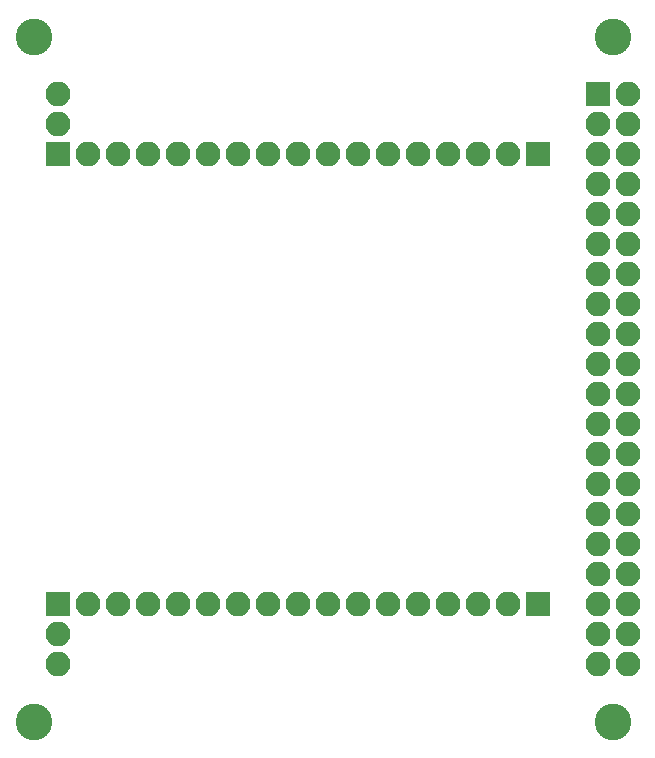
<source format=gts>
G04 #@! TF.GenerationSoftware,KiCad,Pcbnew,5.0.0-rc1-44a33f2~62~ubuntu17.10.1*
G04 #@! TF.CreationDate,2018-04-10T00:21:39+09:00*
G04 #@! TF.ProjectId,RaspiBBHat,526173706942424861742E6B69636164,rev?*
G04 #@! TF.SameCoordinates,Original*
G04 #@! TF.FileFunction,Soldermask,Top*
G04 #@! TF.FilePolarity,Negative*
%FSLAX46Y46*%
G04 Gerber Fmt 4.6, Leading zero omitted, Abs format (unit mm)*
G04 Created by KiCad (PCBNEW 5.0.0-rc1-44a33f2~62~ubuntu17.10.1) date Tue Apr 10 00:21:39 2018*
%MOMM*%
%LPD*%
G01*
G04 APERTURE LIST*
%ADD10C,3.100000*%
%ADD11R,2.100000X2.100000*%
%ADD12O,2.100000X2.100000*%
G04 APERTURE END LIST*
D10*
X76095000Y-71330000D03*
D11*
X78105000Y-81280000D03*
D12*
X78105000Y-78740000D03*
X78105000Y-76200000D03*
X78105000Y-124460000D03*
X78105000Y-121920000D03*
D11*
X78105000Y-119380000D03*
X123825000Y-76200000D03*
D12*
X126365000Y-76200000D03*
X123825000Y-78740000D03*
X126365000Y-78740000D03*
X123825000Y-81280000D03*
X126365000Y-81280000D03*
X123825000Y-83820000D03*
X126365000Y-83820000D03*
X123825000Y-86360000D03*
X126365000Y-86360000D03*
X123825000Y-88900000D03*
X126365000Y-88900000D03*
X123825000Y-91440000D03*
X126365000Y-91440000D03*
X123825000Y-93980000D03*
X126365000Y-93980000D03*
X123825000Y-96520000D03*
X126365000Y-96520000D03*
X123825000Y-99060000D03*
X126365000Y-99060000D03*
X123825000Y-101600000D03*
X126365000Y-101600000D03*
X123825000Y-104140000D03*
X126365000Y-104140000D03*
X123825000Y-106680000D03*
X126365000Y-106680000D03*
X123825000Y-109220000D03*
X126365000Y-109220000D03*
X123825000Y-111760000D03*
X126365000Y-111760000D03*
X123825000Y-114300000D03*
X126365000Y-114300000D03*
X123825000Y-116840000D03*
X126365000Y-116840000D03*
X123825000Y-119380000D03*
X126365000Y-119380000D03*
X123825000Y-121920000D03*
X126365000Y-121920000D03*
X123825000Y-124460000D03*
X126365000Y-124460000D03*
D11*
X118745000Y-81280000D03*
D12*
X116205000Y-81280000D03*
X113665000Y-81280000D03*
X111125000Y-81280000D03*
X108585000Y-81280000D03*
X106045000Y-81280000D03*
X103505000Y-81280000D03*
X100965000Y-81280000D03*
X98425000Y-81280000D03*
X95885000Y-81280000D03*
X93345000Y-81280000D03*
X90805000Y-81280000D03*
X88265000Y-81280000D03*
X85725000Y-81280000D03*
X83185000Y-81280000D03*
X80645000Y-81280000D03*
X80645000Y-119380000D03*
X83185000Y-119380000D03*
X85725000Y-119380000D03*
X88265000Y-119380000D03*
X90805000Y-119380000D03*
X93345000Y-119380000D03*
X95885000Y-119380000D03*
X98425000Y-119380000D03*
X100965000Y-119380000D03*
X103505000Y-119380000D03*
X106045000Y-119380000D03*
X108585000Y-119380000D03*
X111125000Y-119380000D03*
X113665000Y-119380000D03*
X116205000Y-119380000D03*
D11*
X118745000Y-119380000D03*
D10*
X125095000Y-71330000D03*
X76095000Y-129330000D03*
X125095000Y-129330000D03*
M02*

</source>
